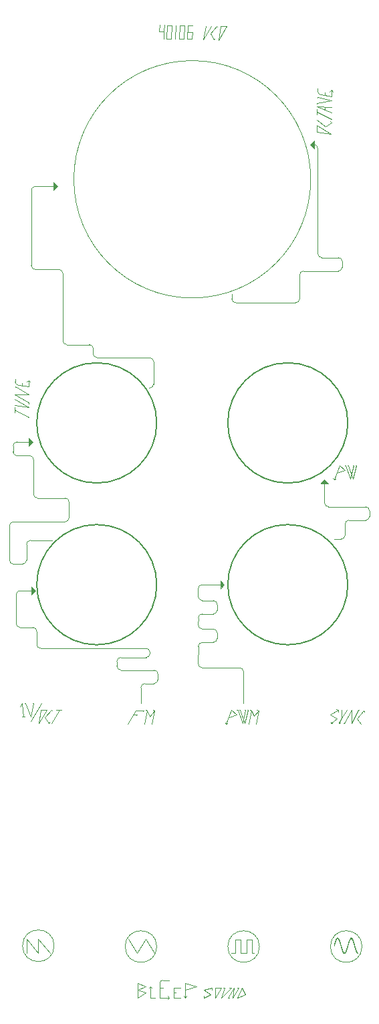
<source format=gto>
G04 #@! TF.GenerationSoftware,KiCad,Pcbnew,9.0.4-9.0.4-0~ubuntu22.04.1*
G04 #@! TF.CreationDate,2025-10-19T11:48:11+01:00*
G04 #@! TF.ProjectId,CD40106_VCO,43443430-3130-4365-9f56-434f2e6b6963,rev?*
G04 #@! TF.SameCoordinates,Original*
G04 #@! TF.FileFunction,Legend,Top*
G04 #@! TF.FilePolarity,Positive*
%FSLAX46Y46*%
G04 Gerber Fmt 4.6, Leading zero omitted, Abs format (unit mm)*
G04 Created by KiCad (PCBNEW 9.0.4-9.0.4-0~ubuntu22.04.1) date 2025-10-19 11:48:11*
%MOMM*%
%LPD*%
G01*
G04 APERTURE LIST*
%ADD10C,0.120000*%
%ADD11C,0.100000*%
%ADD12C,0.150000*%
%ADD13C,0.000000*%
%ADD14O,6.700000X4.200000*%
%ADD15C,8.000000*%
%ADD16C,14.000000*%
G04 APERTURE END LIST*
D10*
X196100001Y-152050000D02*
X195100001Y-151650000D01*
X200900001Y-153250000D02*
X201100001Y-153450000D01*
X205700001Y-152250000D02*
X204900001Y-152250000D01*
X208300001Y-152250000D02*
X208700001Y-153050000D01*
X223950000Y-91400000D02*
G75*
G02*
X224450000Y-91900000I-100J-500100D01*
G01*
X221350000Y-93600000D02*
G75*
G02*
X221850000Y-93100000I500100J-100D01*
G01*
X208150000Y-147800000D02*
X208850000Y-147800000D01*
X199400000Y-30550000D02*
X199300000Y-32250000D01*
X184150000Y-117050000D02*
X183300000Y-118000000D01*
X205075000Y-30650000D02*
X204275000Y-31550000D01*
X181796469Y-106650000D02*
G75*
G02*
X182296500Y-107150000I-69J-500100D01*
G01*
X199850000Y-32250000D02*
X199950000Y-30550000D01*
X183800000Y-118750000D02*
X183900000Y-118650000D01*
X197800000Y-31300000D02*
X198400000Y-31300000D01*
X217800000Y-41799998D02*
X217800000Y-41100000D01*
X217800000Y-44000000D02*
X217800000Y-43199999D01*
X205075000Y-30650000D02*
X205175000Y-30750000D01*
X197150000Y-113750000D02*
X196000000Y-113750000D01*
X221350000Y-95000000D02*
G75*
G02*
X220850000Y-95500000I-500100J100D01*
G01*
X201100001Y-153450000D02*
X201100001Y-153250000D01*
X207000000Y-64500000D02*
X207000000Y-65100000D01*
X203250000Y-111750000D02*
G75*
G02*
X202750000Y-111250000I100J500100D01*
G01*
X202500001Y-152050000D02*
X201100001Y-152450000D01*
X209500000Y-117150000D02*
X209300000Y-117050000D01*
X218800000Y-40900000D02*
X218800000Y-41199999D01*
X219550000Y-44250000D02*
X217800000Y-44000000D01*
X205150000Y-104450000D02*
X205150000Y-103750000D01*
X220500000Y-59900000D02*
G75*
G02*
X221000000Y-60400000I-100J-500100D01*
G01*
X182400000Y-90300000D02*
X185894704Y-90296469D01*
X182500000Y-146050000D02*
X184000000Y-147800000D01*
X178850000Y-93800000D02*
X178851765Y-98150000D01*
X209500000Y-117150000D02*
X209150000Y-118850000D01*
X207650000Y-117650000D02*
X206650000Y-118000000D01*
X185103553Y-61400000D02*
X182103553Y-61400000D01*
D11*
X217400000Y-46100000D02*
X216900000Y-45600000D01*
X217400000Y-45100000D01*
X217400000Y-46100000D01*
G36*
X217400000Y-46100000D02*
G01*
X216900000Y-45600000D01*
X217400000Y-45100000D01*
X217400000Y-46100000D01*
G37*
D10*
X222050000Y-87900000D02*
X222450000Y-86200000D01*
X220550000Y-118800000D02*
X220550000Y-118600000D01*
X202750000Y-101750000D02*
G75*
G02*
X203250000Y-101250000I499900J100D01*
G01*
X184403553Y-50900000D02*
X182103553Y-50900000D01*
X179700000Y-102503531D02*
X179701765Y-106144703D01*
X215600000Y-62100000D02*
X215600000Y-65100000D01*
X197650000Y-113250000D02*
G75*
G02*
X197150000Y-113750000I-500100J100D01*
G01*
X207300001Y-152250000D02*
X206500001Y-153450000D01*
X198300001Y-151250000D02*
X199100001Y-151250000D01*
X204775000Y-32300000D02*
X204875000Y-32150000D01*
X209550000Y-146100000D02*
X209550000Y-147800000D01*
X181255297Y-83196469D02*
X179805297Y-83200000D01*
X186103553Y-70900000D02*
X188950000Y-70900000D01*
X202753531Y-105453531D02*
X202748234Y-106348234D01*
X186394704Y-90796469D02*
X186396469Y-92796469D01*
X203425000Y-32300000D02*
X204425000Y-30600000D01*
X184750000Y-117050000D02*
X185450000Y-117050000D01*
X207900001Y-152250000D02*
X207700001Y-152250000D01*
X220650000Y-86200000D02*
X219950000Y-88000000D01*
X181500000Y-118500000D02*
X182900000Y-116200000D01*
X218750000Y-90900000D02*
X218750000Y-88450000D01*
X189950000Y-72550000D02*
G75*
G02*
X189450000Y-72050000I100J500100D01*
G01*
X192950000Y-110450000D02*
X196146469Y-110453531D01*
X223150000Y-117100000D02*
X223050000Y-117100000D01*
X179525000Y-77200000D02*
X181275000Y-78250000D01*
X195500000Y-114250000D02*
G75*
G02*
X196000000Y-113750000I499900J100D01*
G01*
X207100001Y-153450000D02*
X207900001Y-152250000D01*
X196700001Y-153450000D02*
X197300001Y-153450000D01*
X217800000Y-42500000D02*
X218850000Y-43300000D01*
X221450000Y-86200000D02*
X221350000Y-86200000D01*
X222850000Y-118150000D02*
X223350000Y-118900000D01*
X224450000Y-92600000D02*
G75*
G02*
X223950000Y-93100000I-500100J100D01*
G01*
X208150000Y-146100000D02*
X208150000Y-147800000D01*
X181898235Y-85450000D02*
X181900000Y-89800000D01*
X203250000Y-103250000D02*
X204650000Y-103250000D01*
D12*
X197500000Y-80800000D02*
G75*
G02*
X182300000Y-80800000I-7600000J0D01*
G01*
X182300000Y-80800000D02*
G75*
G02*
X197500000Y-80800000I7600000J0D01*
G01*
D10*
X219450000Y-117700000D02*
X220350000Y-118200000D01*
X219600000Y-42799999D02*
X219500000Y-42699999D01*
X197500000Y-147000000D02*
G75*
G02*
X193500000Y-147000000I-2000000J0D01*
G01*
X193500000Y-147000000D02*
G75*
G02*
X197500000Y-147000000I2000000J0D01*
G01*
X199700001Y-152250000D02*
X200500001Y-152250000D01*
X220450000Y-117100000D02*
X220250000Y-117000000D01*
X179305297Y-83700000D02*
G75*
G02*
X179805297Y-83199997I500003J0D01*
G01*
X181398235Y-84950000D02*
G75*
G02*
X181898200Y-85450000I-35J-500000D01*
G01*
X207450000Y-146100000D02*
X208150000Y-146100000D01*
X208300001Y-152250000D02*
X207700001Y-153450000D01*
X207750000Y-117100000D02*
X208350000Y-118800000D01*
X220550000Y-118800000D02*
X220750000Y-118700000D01*
X207450000Y-147800000D02*
X207450000Y-146100000D01*
D11*
X206050000Y-101250000D02*
X205550000Y-101750000D01*
X205550000Y-100750000D01*
X206050000Y-101250000D01*
G36*
X206050000Y-101250000D02*
G01*
X205550000Y-101750000D01*
X205550000Y-100750000D01*
X206050000Y-101250000D01*
G37*
D10*
X219950000Y-88000000D02*
X219850000Y-87800000D01*
X219599999Y-38699999D02*
X219400000Y-38899999D01*
X209550000Y-147800000D02*
X209850000Y-147800000D01*
X215600000Y-65100000D02*
G75*
G02*
X215100000Y-65600000I-500000J0D01*
G01*
X220650000Y-86200000D02*
X221350000Y-86750000D01*
X206375000Y-30650000D02*
X205325000Y-32400000D01*
X202750000Y-101750000D02*
X202747351Y-102747351D01*
X182800000Y-109296469D02*
X196146469Y-109300000D01*
X183300000Y-118000000D02*
X183800000Y-118750000D01*
X208850000Y-146100000D02*
X209550000Y-146100000D01*
X199300000Y-32250000D02*
X198700000Y-32250000D01*
X221000000Y-61100000D02*
G75*
G02*
X220500000Y-61600000I-500100J100D01*
G01*
X205150000Y-108050000D02*
G75*
G02*
X204650000Y-108550000I-500100J100D01*
G01*
X222175000Y-117050000D02*
X221250000Y-118800000D01*
X185894704Y-90296469D02*
G75*
G02*
X186394631Y-90796469I-104J-500031D01*
G01*
X203250000Y-103250000D02*
G75*
G02*
X202750000Y-102750000I100J500100D01*
G01*
X180400000Y-116200000D02*
X180200000Y-116700000D01*
X196700001Y-152050000D02*
X196700001Y-153450000D01*
X185150000Y-117050000D02*
X184150000Y-118750000D01*
X198400000Y-31300000D02*
X198350000Y-32250000D01*
X207500000Y-65600000D02*
X215100000Y-65600000D01*
X219599999Y-38699999D02*
X219799998Y-38900000D01*
X222550000Y-93100000D02*
X221850000Y-93100000D01*
X181001765Y-98150000D02*
G75*
G02*
X180501765Y-98649965I-500065J100D01*
G01*
X207500000Y-65600000D02*
G75*
G02*
X207000000Y-65100000I0J500000D01*
G01*
X205325000Y-32400000D02*
X205575000Y-30650000D01*
X218800000Y-39299999D02*
X218800000Y-38999999D01*
X203250000Y-106850000D02*
X204650000Y-106850000D01*
X180200000Y-106650000D02*
X181796469Y-106650000D01*
X217800000Y-40399999D02*
X219600000Y-39999999D01*
X200950000Y-32250000D02*
X200350000Y-32250000D01*
X202000000Y-31400000D02*
X201950000Y-32250000D01*
X179351765Y-98650000D02*
G75*
G02*
X178851700Y-98150000I35J500100D01*
G01*
X197900001Y-151650000D02*
X197900001Y-153450000D01*
X197100000Y-75900000D02*
G75*
G02*
X196600000Y-76400000I-500000J0D01*
G01*
X181275000Y-76225000D02*
X181275000Y-75525000D01*
X180900000Y-116200000D02*
X180800000Y-116200000D01*
X207450000Y-147800000D02*
X206950000Y-147800000D01*
X204650000Y-106850000D02*
G75*
G02*
X205150000Y-107350000I-100J-500100D01*
G01*
X179805297Y-84946469D02*
G75*
G02*
X179305331Y-84446469I103J500069D01*
G01*
X197200000Y-117200000D02*
X196650000Y-117900000D01*
X205700001Y-153450000D02*
X206900001Y-152250000D01*
X196650000Y-117900000D02*
X196300000Y-117200000D01*
X217800000Y-42500000D02*
X217900000Y-42399999D01*
X203500001Y-152450000D02*
X204300001Y-153050000D01*
X182525000Y-118750000D02*
X182775000Y-117050000D01*
X180400000Y-117900000D02*
X180800000Y-117900000D01*
X181000000Y-96150000D02*
X181001765Y-98150000D01*
X209850000Y-117850000D02*
X209500000Y-117150000D01*
X224450000Y-92600000D02*
X224450000Y-91900000D01*
X208650000Y-118800000D02*
X209050000Y-117100000D01*
X206500001Y-153450000D02*
X206700001Y-153450000D01*
X223350000Y-118900000D02*
X223450000Y-118800000D01*
X188950000Y-70900000D02*
G75*
G02*
X189450000Y-71400000I0J-500000D01*
G01*
X179575000Y-76175000D02*
X181275000Y-77225000D01*
X217900000Y-59400000D02*
X217900000Y-46100000D01*
X196146469Y-109300000D02*
G75*
G02*
X196646500Y-109800000I-69J-500100D01*
G01*
X206900001Y-152250000D02*
X206700001Y-152250000D01*
X221750000Y-86200000D02*
X222350000Y-87900000D01*
X182400000Y-90300000D02*
G75*
G02*
X181900000Y-89800000I100J500100D01*
G01*
X201100001Y-153450000D02*
X201300001Y-153250000D01*
X203250000Y-108550000D02*
X204650000Y-108550000D01*
X201950000Y-32250000D02*
X201350000Y-32250000D01*
X181900000Y-116200000D02*
X181800000Y-116200000D01*
X196300000Y-117200000D02*
X195950000Y-118900000D01*
X200450000Y-30550000D02*
X201050000Y-30550000D01*
X223700000Y-117200000D02*
X223800000Y-117300000D01*
X201050000Y-30550000D02*
X200950000Y-32250000D01*
X182296469Y-107150000D02*
X182300000Y-108796469D01*
X184150000Y-117050000D02*
X184250000Y-117150000D01*
X222750000Y-86200000D02*
X222650000Y-86200000D01*
X195500000Y-114250000D02*
X195500000Y-116200000D01*
X189450000Y-71400000D02*
X189450000Y-72050000D01*
X181275000Y-75425000D02*
X181475000Y-75625000D01*
X179575000Y-76175000D02*
X179575000Y-76275000D01*
X196700001Y-152050000D02*
X196900001Y-152250000D01*
X195100001Y-151650000D02*
X195100001Y-153450000D01*
X183575000Y-117050000D02*
X182525000Y-118750000D01*
X195100001Y-153450000D02*
X196100001Y-152850000D01*
X202753531Y-105453531D02*
G75*
G02*
X203253531Y-104953531I500069J-69D01*
G01*
X182103553Y-61400000D02*
G75*
G02*
X181603500Y-60900000I47J500100D01*
G01*
X179975000Y-76025000D02*
G75*
G02*
X179575000Y-75625000I0J400000D01*
G01*
X218400000Y-59900000D02*
X220500000Y-59900000D01*
X185103553Y-61400000D02*
G75*
G02*
X185603500Y-61900000I47J-499900D01*
G01*
X181603553Y-51400000D02*
G75*
G02*
X182103553Y-50900053I499947J0D01*
G01*
X208850000Y-147800000D02*
X208850000Y-146100000D01*
X193900000Y-146050000D02*
X195000000Y-147800000D01*
X222450000Y-86200000D02*
X222350000Y-86200000D01*
X181275000Y-78250000D02*
X181275000Y-78350000D01*
X208050000Y-117100000D02*
X208650000Y-118800000D01*
X202753531Y-109053531D02*
G75*
G02*
X203253531Y-108553531I500069J-69D01*
G01*
X219550000Y-118800000D02*
X219750000Y-118800000D01*
X196300000Y-117200000D02*
X196100000Y-117100000D01*
X203250000Y-106850000D02*
G75*
G02*
X202750000Y-106350000I100J500100D01*
G01*
X217800000Y-40399999D02*
X217800000Y-40500000D01*
X197850000Y-30500000D02*
X197800000Y-31300000D01*
X207750000Y-117100000D02*
X207650000Y-117100000D01*
X197900001Y-151650000D02*
G75*
G02*
X198300001Y-151250001I399999J0D01*
G01*
X217800000Y-40800000D02*
X219599999Y-40899999D01*
X210400000Y-117150000D02*
X210100000Y-118850000D01*
X205150000Y-104450000D02*
G75*
G02*
X204650000Y-104950000I-500100J100D01*
G01*
X198700000Y-32250000D02*
X198800000Y-30550000D01*
X199700001Y-153450000D02*
X200500001Y-153450000D01*
X196100000Y-146050000D02*
X197200000Y-147800000D01*
X200350000Y-32250000D02*
X200450000Y-30550000D01*
X203500001Y-153450000D02*
X203500001Y-153250000D01*
D12*
X221700000Y-101250000D02*
G75*
G02*
X206500000Y-101250000I-7600000J0D01*
G01*
X206500000Y-101250000D02*
G75*
G02*
X221700000Y-101250000I7600000J0D01*
G01*
D10*
X179801766Y-84950000D02*
X181398235Y-84950000D01*
X181275000Y-75425000D02*
X181075000Y-75625000D01*
X221000000Y-61100000D02*
X221000000Y-60400000D01*
X217900000Y-39599999D02*
X217900000Y-39700000D01*
X220950000Y-118100000D02*
X220950000Y-117100000D01*
X206100001Y-152250000D02*
X205900001Y-152250000D01*
X204275000Y-31550000D02*
X204775000Y-32300000D01*
X199700001Y-152250000D02*
X199700001Y-153450000D01*
X194900000Y-117800000D02*
X195000000Y-117700000D01*
X197900001Y-153450000D02*
X199100001Y-153450000D01*
X181650000Y-102000000D02*
X180200000Y-102003531D01*
X198800000Y-30550000D02*
X199400000Y-30550000D01*
X192450000Y-110950000D02*
X192451765Y-111544703D01*
X196600000Y-72550000D02*
G75*
G02*
X197100000Y-73050000I0J-500000D01*
G01*
X204300001Y-153050000D02*
X203500001Y-153450000D01*
X196700001Y-152050000D02*
X196500001Y-152250000D01*
X196100000Y-146050000D02*
X195000000Y-147800000D01*
X221450000Y-86200000D02*
X222050000Y-87900000D01*
D12*
X221700000Y-80800000D02*
G75*
G02*
X206500000Y-80800000I-7600000J0D01*
G01*
X206500000Y-80800000D02*
G75*
G02*
X221700000Y-80800000I7600000J0D01*
G01*
D10*
X217800000Y-40800000D02*
X219600000Y-41599999D01*
X181000000Y-96150000D02*
G75*
G02*
X181500000Y-95650000I500100J-100D01*
G01*
X201100001Y-151650000D02*
X201100001Y-153450000D01*
X180600000Y-117900000D02*
X180400000Y-116200000D01*
X218300000Y-39300001D02*
X219600000Y-39500000D01*
X180203531Y-106646469D02*
G75*
G02*
X179703531Y-106146469I69J500069D01*
G01*
X206950000Y-117100000D02*
X207650000Y-117650000D01*
X219250000Y-91400000D02*
X223950000Y-91400000D01*
X199700001Y-152850000D02*
X199900001Y-152850000D01*
X204900001Y-152250000D02*
X204900001Y-153450000D01*
X205575000Y-30650000D02*
X206375000Y-30650000D01*
X184250000Y-95650000D02*
X181500000Y-95650000D01*
X186396469Y-92796469D02*
G75*
G02*
X185896469Y-93296469I-500069J69D01*
G01*
X196646469Y-109953531D02*
X196646469Y-109800000D01*
X179525000Y-77200000D02*
X181275000Y-77225000D01*
X202000000Y-31400000D02*
X201400000Y-31400000D01*
X222550000Y-93100000D02*
X223950000Y-93100000D01*
X179525000Y-79125000D02*
X181275000Y-80125000D01*
X181000000Y-146050000D02*
X182500000Y-147800000D01*
X217800000Y-43199999D02*
X219550000Y-44250000D01*
X181000000Y-147800000D02*
X181000000Y-146050000D01*
X184500000Y-146900000D02*
G75*
G02*
X180500000Y-146900000I-2000000J0D01*
G01*
X180500000Y-146900000D02*
G75*
G02*
X184500000Y-146900000I2000000J0D01*
G01*
D11*
X184903553Y-50900000D02*
X184403553Y-51400000D01*
X184403553Y-50400000D01*
X184903553Y-50900000D01*
G36*
X184903553Y-50900000D02*
G01*
X184403553Y-51400000D01*
X184403553Y-50400000D01*
X184903553Y-50900000D01*
G37*
D10*
X201100001Y-151650000D02*
X202500001Y-152050000D01*
X195750000Y-117250000D02*
X195850000Y-117150000D01*
X192450000Y-110950000D02*
G75*
G02*
X192950000Y-110450000I500100J-100D01*
G01*
X179575000Y-75625000D02*
X179575000Y-75225000D01*
X208000000Y-111750000D02*
X203250000Y-111750000D01*
X221250000Y-118800000D02*
X221150000Y-118800000D01*
X218300000Y-39300001D02*
G75*
G02*
X217899999Y-38899999I0J400001D01*
G01*
X204500001Y-152250000D02*
X203500001Y-152450000D01*
X216100000Y-61600000D02*
X220500000Y-61600000D01*
X206250000Y-118900000D02*
X206150000Y-118700000D01*
X223500000Y-147000000D02*
G75*
G02*
X219500000Y-147000000I-2000000J0D01*
G01*
X219500000Y-147000000D02*
G75*
G02*
X223500000Y-147000000I2000000J0D01*
G01*
X204500001Y-152250000D02*
X204500001Y-152450000D01*
X220950000Y-118100000D02*
X220550000Y-118800000D01*
X180475000Y-76025000D02*
X180475000Y-75725000D01*
X192953531Y-112046469D02*
G75*
G02*
X192453531Y-111546469I69J500069D01*
G01*
X210400000Y-117150000D02*
X210200000Y-117050000D01*
X192950000Y-112050000D02*
X197150000Y-112050000D01*
X203725000Y-30600000D02*
X203425000Y-32300000D01*
X198400000Y-31300000D02*
X198450000Y-30500000D01*
X208000000Y-111750000D02*
G75*
G02*
X208500000Y-112250000I100J-499900D01*
G01*
X217800000Y-41449999D02*
X219600000Y-42400000D01*
X194800000Y-117150000D02*
X195850000Y-117150000D01*
X197650000Y-113250000D02*
X197650000Y-112550000D01*
X223050000Y-117100000D02*
X222150000Y-118800000D01*
X178850000Y-93800000D02*
G75*
G02*
X179350000Y-93300000I500100J-100D01*
G01*
D12*
X197500000Y-101250000D02*
G75*
G02*
X182300000Y-101250000I-7600000J0D01*
G01*
X182300000Y-101250000D02*
G75*
G02*
X197500000Y-101250000I7600000J0D01*
G01*
D10*
X219250000Y-91400000D02*
G75*
G02*
X218750000Y-90900000I100J500100D01*
G01*
X221350000Y-95000000D02*
X221350000Y-93600000D01*
X197100000Y-73050000D02*
X197100000Y-75900000D01*
X181603553Y-51400000D02*
X181603553Y-60900000D01*
X180900000Y-116200000D02*
X181500000Y-117900000D01*
X204650000Y-103250000D02*
G75*
G02*
X205150000Y-103750000I-100J-500100D01*
G01*
X180501765Y-98650000D02*
X179351765Y-98650000D01*
X194475000Y-117700000D02*
X195000000Y-117700000D01*
X208350000Y-118800000D02*
X208750000Y-117100000D01*
X218850000Y-43300000D02*
X219600000Y-42799999D01*
X220150000Y-87900000D02*
X219950000Y-88000000D01*
D11*
X182150000Y-102000000D02*
X181650000Y-102500000D01*
X181650000Y-101500000D01*
X182150000Y-102000000D01*
G36*
X182150000Y-102000000D02*
G01*
X181650000Y-102500000D01*
X181650000Y-101500000D01*
X182150000Y-102000000D01*
G37*
D10*
X208500000Y-112250000D02*
X208500000Y-116200000D01*
X222350000Y-87900000D02*
X222750000Y-86200000D01*
X179975000Y-76025000D02*
X181275000Y-76225000D01*
X197200000Y-117200000D02*
X196900000Y-118900000D01*
X220950000Y-118100000D02*
X221550000Y-117100000D01*
X197150000Y-112050000D02*
G75*
G02*
X197650000Y-112550000I-100J-500100D01*
G01*
X206100001Y-152250000D02*
X205700001Y-153450000D01*
X206450000Y-118800000D02*
X206250000Y-118900000D01*
X179525000Y-79525000D02*
X179525000Y-78825000D01*
X182800000Y-109296469D02*
G75*
G02*
X182300031Y-108796469I100J500069D01*
G01*
X182500000Y-147800000D02*
X182500000Y-146050000D01*
X217000000Y-50000000D02*
G75*
G02*
X187000000Y-50000000I-15000000J0D01*
G01*
X187000000Y-50000000D02*
G75*
G02*
X217000000Y-50000000I15000000J0D01*
G01*
X199100001Y-153450000D02*
X198900001Y-153250000D01*
X189950000Y-72550000D02*
X196600000Y-72550000D01*
X215600000Y-62100000D02*
G75*
G02*
X216100000Y-61600000I500000J0D01*
G01*
X196100001Y-152850000D02*
X195100001Y-152450000D01*
X194800000Y-117150000D02*
X193800000Y-118850000D01*
X181275000Y-78825000D02*
X179525000Y-78575000D01*
X201450000Y-30550000D02*
X202050000Y-30550000D01*
X199100001Y-153450000D02*
X198900001Y-153650000D01*
X208050000Y-117100000D02*
X207950000Y-117100000D01*
X223700000Y-117200000D02*
X222850000Y-118150000D01*
X179525000Y-77775000D02*
X181275000Y-78825000D01*
D11*
X219250000Y-88500000D02*
X218250000Y-88500000D01*
X218750000Y-88000000D01*
X219250000Y-88500000D01*
G36*
X219250000Y-88500000D02*
G01*
X218250000Y-88500000D01*
X218750000Y-88000000D01*
X219250000Y-88500000D01*
G37*
D10*
X221350000Y-86750000D02*
X220350000Y-87100000D01*
X205150000Y-108050000D02*
X205150000Y-107350000D01*
X220450000Y-117100000D02*
X220450000Y-117300000D01*
X182775000Y-117050000D02*
X183575000Y-117050000D01*
X217400000Y-45600000D02*
G75*
G02*
X217900000Y-46100000I0J-500000D01*
G01*
X206950000Y-117100000D02*
X206250000Y-118900000D01*
X197900001Y-152250000D02*
X198300001Y-152250000D01*
X207700001Y-153450000D02*
X208700001Y-153050000D01*
X203250000Y-104950000D02*
X204650000Y-104950000D01*
X219600000Y-39500000D02*
X219600000Y-38799999D01*
X218400000Y-59900000D02*
G75*
G02*
X217900000Y-59400000I100J500100D01*
G01*
X217899999Y-38899999D02*
X217900000Y-38500000D01*
X179700000Y-102503531D02*
G75*
G02*
X180200000Y-102003500I500100J-69D01*
G01*
X185603553Y-61900000D02*
X185603553Y-70400000D01*
X219600000Y-39999999D02*
X217900000Y-39599999D01*
X219550000Y-118800000D02*
X219550000Y-118600000D01*
X210500000Y-147000000D02*
G75*
G02*
X206500000Y-147000000I-2000000J0D01*
G01*
X206500000Y-147000000D02*
G75*
G02*
X210500000Y-147000000I2000000J0D01*
G01*
X207300001Y-152250000D02*
X207100001Y-153450000D01*
X220350000Y-118200000D02*
X219550000Y-118800000D01*
X201350000Y-32250000D02*
X201450000Y-30550000D01*
X205550000Y-101250000D02*
X203250000Y-101250000D01*
X196646469Y-109953531D02*
G75*
G02*
X196146469Y-110453569I-500069J31D01*
G01*
X197200000Y-117200000D02*
X197000000Y-117100000D01*
D11*
X181755297Y-83196469D02*
X181255297Y-83696469D01*
X181255297Y-82696469D01*
X181755297Y-83196469D01*
G36*
X181755297Y-83196469D02*
G01*
X181255297Y-83696469D01*
X181255297Y-82696469D01*
X181755297Y-83196469D01*
G37*
D10*
X186103553Y-70900000D02*
G75*
G02*
X185603500Y-70400000I47J500100D01*
G01*
X202753531Y-109053531D02*
X202750000Y-111250000D01*
X222175000Y-117050000D02*
X222150000Y-118800000D01*
X219953531Y-95496469D02*
X220848234Y-95501766D01*
X179350000Y-93300000D02*
X185900000Y-93303531D01*
X195100001Y-152450000D02*
X196100001Y-152050000D01*
X220450000Y-117100000D02*
X219450000Y-117700000D01*
X181500000Y-117900000D02*
X181900000Y-116200000D01*
X179305297Y-84446469D02*
X179305297Y-83700000D01*
X208750000Y-117100000D02*
X208650000Y-117100000D01*
X221750000Y-86200000D02*
X221650000Y-86200000D01*
X204900001Y-153450000D02*
X205700001Y-152250000D01*
X209050000Y-117100000D02*
X208950000Y-117100000D01*
X210400000Y-117150000D02*
X209850000Y-117850000D01*
D13*
G36*
X222166829Y-145887330D02*
G01*
X222185258Y-145887955D01*
X222200035Y-145889080D01*
X222211695Y-145890764D01*
X222220771Y-145893064D01*
X222227798Y-145896038D01*
X222228116Y-145896211D01*
X222250122Y-145910705D01*
X222271955Y-145929710D01*
X222293462Y-145953002D01*
X222314491Y-145980354D01*
X222334887Y-146011544D01*
X222354497Y-146046345D01*
X222373169Y-146084534D01*
X222390749Y-146125885D01*
X222398606Y-146146388D01*
X222402377Y-146156418D01*
X222407420Y-146169617D01*
X222413260Y-146184753D01*
X222419422Y-146200591D01*
X222424630Y-146213872D01*
X222431238Y-146230912D01*
X222439023Y-146251414D01*
X222447612Y-146274367D01*
X222456631Y-146298758D01*
X222465709Y-146323574D01*
X222474472Y-146347803D01*
X222482547Y-146370433D01*
X222488269Y-146386726D01*
X222491613Y-146396714D01*
X222495965Y-146410289D01*
X222501026Y-146426483D01*
X222506496Y-146444332D01*
X222512078Y-146462868D01*
X222517217Y-146480256D01*
X222519031Y-146486722D01*
X222521719Y-146496641D01*
X222524978Y-146508876D01*
X222528503Y-146522294D01*
X222530195Y-146528797D01*
X222534716Y-146545679D01*
X222540669Y-146566969D01*
X222548023Y-146592569D01*
X222556752Y-146622384D01*
X222566827Y-146656315D01*
X222578218Y-146694266D01*
X222590852Y-146735984D01*
X222595354Y-146750920D01*
X222599735Y-146765681D01*
X222603662Y-146779123D01*
X222606798Y-146790103D01*
X222608519Y-146796365D01*
X222612313Y-146810253D01*
X222617430Y-146828297D01*
X222623897Y-146850589D01*
X222631741Y-146877219D01*
X222640447Y-146906470D01*
X222644382Y-146920047D01*
X222649059Y-146936832D01*
X222654100Y-146955433D01*
X222659128Y-146974456D01*
X222663767Y-146992508D01*
X222664163Y-146994081D01*
X222673256Y-147029507D01*
X222682245Y-147062948D01*
X222691533Y-147095804D01*
X222701520Y-147129478D01*
X222712609Y-147165371D01*
X222719482Y-147187061D01*
X222725224Y-147205118D01*
X222731029Y-147223497D01*
X222736573Y-147241167D01*
X222741533Y-147257093D01*
X222745586Y-147270242D01*
X222747649Y-147277040D01*
X222752262Y-147291923D01*
X222757686Y-147308703D01*
X222763145Y-147325003D01*
X222766639Y-147335052D01*
X222787763Y-147394769D01*
X222807229Y-147450409D01*
X222825150Y-147502291D01*
X222825857Y-147504354D01*
X222831316Y-147520132D01*
X222836585Y-147535088D01*
X222841371Y-147548411D01*
X222845380Y-147559291D01*
X222848322Y-147566917D01*
X222849335Y-147569335D01*
X222861476Y-147595922D01*
X222874775Y-147623902D01*
X222888534Y-147651863D01*
X222902057Y-147678391D01*
X222914647Y-147702070D01*
X222915943Y-147704438D01*
X222920349Y-147711999D01*
X222926427Y-147721833D01*
X222933442Y-147732812D01*
X222940660Y-147743812D01*
X222947345Y-147753706D01*
X222952763Y-147761369D01*
X222955146Y-147764485D01*
X222958165Y-147768220D01*
X222963105Y-147774353D01*
X222968922Y-147781591D01*
X222969202Y-147781940D01*
X222976362Y-147789849D01*
X222984290Y-147797091D01*
X222990659Y-147801700D01*
X223001221Y-147807890D01*
X223001221Y-147868045D01*
X223001221Y-147928200D01*
X222978040Y-147928200D01*
X222958338Y-147927319D01*
X222941173Y-147924365D01*
X222924626Y-147918874D01*
X222908788Y-147911436D01*
X222898026Y-147905303D01*
X222888338Y-147898446D01*
X222878993Y-147890165D01*
X222869262Y-147879759D01*
X222858412Y-147866526D01*
X222848728Y-147853826D01*
X222832321Y-147830375D01*
X222815708Y-147803658D01*
X222798703Y-147773340D01*
X222781120Y-147739088D01*
X222762773Y-147700569D01*
X222760786Y-147696245D01*
X222754749Y-147682934D01*
X222749681Y-147671373D01*
X222745182Y-147660528D01*
X222740850Y-147649365D01*
X222736286Y-147636849D01*
X222731088Y-147621946D01*
X222724855Y-147603621D01*
X222724516Y-147602617D01*
X222719928Y-147589096D01*
X222715414Y-147575916D01*
X222711394Y-147564293D01*
X222708287Y-147555444D01*
X222707373Y-147552895D01*
X222704738Y-147545560D01*
X222700965Y-147534964D01*
X222696484Y-147522314D01*
X222691723Y-147508819D01*
X222689735Y-147503170D01*
X222684440Y-147488108D01*
X222678730Y-147471868D01*
X222673220Y-147456203D01*
X222668527Y-147442867D01*
X222667666Y-147440422D01*
X222663235Y-147427513D01*
X222658062Y-147411939D01*
X222652760Y-147395573D01*
X222647942Y-147380287D01*
X222647500Y-147378858D01*
X222643859Y-147367114D01*
X222639107Y-147351894D01*
X222633567Y-147334232D01*
X222627567Y-147315163D01*
X222621430Y-147295723D01*
X222616263Y-147279408D01*
X222609160Y-147256977D01*
X222603212Y-147238046D01*
X222598158Y-147221710D01*
X222593742Y-147207066D01*
X222589703Y-147193210D01*
X222585783Y-147179235D01*
X222581724Y-147164240D01*
X222577265Y-147147318D01*
X222572148Y-147127566D01*
X222566463Y-147105434D01*
X222561561Y-147086468D01*
X222556593Y-147067513D01*
X222551800Y-147049474D01*
X222547424Y-147033255D01*
X222543709Y-147019762D01*
X222540895Y-147009899D01*
X222540753Y-147009420D01*
X222537648Y-146998880D01*
X222533558Y-146984910D01*
X222528808Y-146968631D01*
X222523727Y-146951163D01*
X222518640Y-146933628D01*
X222516914Y-146927665D01*
X222511410Y-146908741D01*
X222505007Y-146886888D01*
X222498177Y-146863709D01*
X222491394Y-146840807D01*
X222485129Y-146819787D01*
X222483433Y-146814124D01*
X222478010Y-146796045D01*
X222472457Y-146777525D01*
X222467099Y-146759650D01*
X222462262Y-146743506D01*
X222458271Y-146730180D01*
X222456465Y-146724145D01*
X222452516Y-146710699D01*
X222447837Y-146694381D01*
X222442911Y-146676895D01*
X222438219Y-146659946D01*
X222436357Y-146653109D01*
X222425340Y-146612957D01*
X222415117Y-146576866D01*
X222405513Y-146544263D01*
X222396353Y-146514573D01*
X222387459Y-146487224D01*
X222378657Y-146461642D01*
X222372115Y-146443554D01*
X222359605Y-146409747D01*
X222348499Y-146379873D01*
X222338599Y-146353408D01*
X222329708Y-146329827D01*
X222321629Y-146308606D01*
X222314164Y-146289222D01*
X222310646Y-146280172D01*
X222304780Y-146265121D01*
X222298654Y-146249385D01*
X222292827Y-146234409D01*
X222287863Y-146221633D01*
X222285770Y-146216240D01*
X222281417Y-146205472D01*
X222276244Y-146193595D01*
X222269963Y-146179997D01*
X222262285Y-146164070D01*
X222252922Y-146145204D01*
X222241585Y-146122789D01*
X222241545Y-146122710D01*
X222235029Y-146111150D01*
X222226101Y-146097055D01*
X222215486Y-146081438D01*
X222203909Y-146065311D01*
X222192096Y-146049686D01*
X222180772Y-146035576D01*
X222171455Y-146024854D01*
X222162009Y-146015844D01*
X222152996Y-146010218D01*
X222144087Y-146008105D01*
X222134956Y-146009638D01*
X222125276Y-146014948D01*
X222114718Y-146024165D01*
X222102956Y-146037422D01*
X222089662Y-146054849D01*
X222086840Y-146058777D01*
X222059050Y-146100313D01*
X222033721Y-146143311D01*
X222011332Y-146186852D01*
X221992362Y-146230019D01*
X221979992Y-146263597D01*
X221975005Y-146278215D01*
X221969418Y-146294133D01*
X221963929Y-146309390D01*
X221959390Y-146321609D01*
X221949279Y-146348659D01*
X221938595Y-146378155D01*
X221927176Y-146410564D01*
X221914860Y-146446350D01*
X221901485Y-146485976D01*
X221893919Y-146508670D01*
X221884440Y-146537294D01*
X221876296Y-146562101D01*
X221869288Y-146583755D01*
X221863214Y-146602920D01*
X221857872Y-146620257D01*
X221853061Y-146636432D01*
X221848582Y-146652105D01*
X221844231Y-146667942D01*
X221839809Y-146684605D01*
X221835397Y-146701650D01*
X221831246Y-146717395D01*
X221826020Y-146736528D01*
X221820040Y-146757915D01*
X221813628Y-146780418D01*
X221807104Y-146802902D01*
X221800791Y-146824231D01*
X221799915Y-146827147D01*
X221793600Y-146848232D01*
X221786929Y-146870637D01*
X221780241Y-146893225D01*
X221773870Y-146914855D01*
X221768153Y-146934389D01*
X221763426Y-146950689D01*
X221762864Y-146952643D01*
X221757685Y-146970560D01*
X221752057Y-146989851D01*
X221746413Y-147009039D01*
X221741187Y-147026650D01*
X221736814Y-147041209D01*
X221736744Y-147041438D01*
X221731883Y-147057602D01*
X221726565Y-147075514D01*
X221721357Y-147093253D01*
X221716825Y-147108898D01*
X221715803Y-147112474D01*
X221708111Y-147139478D01*
X221701588Y-147162421D01*
X221696099Y-147181793D01*
X221691507Y-147198084D01*
X221687674Y-147211784D01*
X221684466Y-147223384D01*
X221681744Y-147233374D01*
X221679373Y-147242244D01*
X221677216Y-147250486D01*
X221675262Y-147258097D01*
X221669322Y-147280265D01*
X221661894Y-147306118D01*
X221653217Y-147334931D01*
X221643529Y-147365978D01*
X221633068Y-147398533D01*
X221622073Y-147431873D01*
X221610782Y-147465270D01*
X221599434Y-147498002D01*
X221588268Y-147529341D01*
X221577521Y-147558563D01*
X221569768Y-147578941D01*
X221563373Y-147595637D01*
X221556575Y-147613682D01*
X221549938Y-147631556D01*
X221544029Y-147647738D01*
X221540267Y-147658265D01*
X221534140Y-147674352D01*
X221526183Y-147693255D01*
X221516876Y-147713986D01*
X221506699Y-147735557D01*
X221496133Y-147756979D01*
X221485659Y-147777264D01*
X221475756Y-147795424D01*
X221466904Y-147810471D01*
X221464322Y-147814543D01*
X221456928Y-147825281D01*
X221447425Y-147838127D01*
X221436648Y-147852038D01*
X221425434Y-147865971D01*
X221414616Y-147878884D01*
X221405030Y-147889735D01*
X221399118Y-147895925D01*
X221383452Y-147908686D01*
X221365318Y-147918861D01*
X221358480Y-147921676D01*
X221353573Y-147923341D01*
X221348514Y-147924612D01*
X221342561Y-147925551D01*
X221334971Y-147926221D01*
X221325001Y-147926683D01*
X221311907Y-147927000D01*
X221294946Y-147927234D01*
X221291628Y-147927270D01*
X221275448Y-147927346D01*
X221260176Y-147927241D01*
X221246686Y-147926976D01*
X221235854Y-147926569D01*
X221228551Y-147926041D01*
X221226889Y-147925814D01*
X221203950Y-147919626D01*
X221181844Y-147909242D01*
X221160475Y-147894571D01*
X221139749Y-147875528D01*
X221119570Y-147852023D01*
X221099843Y-147823969D01*
X221080474Y-147791278D01*
X221079600Y-147789681D01*
X221074202Y-147779819D01*
X221069202Y-147770761D01*
X221065321Y-147763810D01*
X221063872Y-147761266D01*
X221057014Y-147748522D01*
X221049320Y-147732729D01*
X221041448Y-147715332D01*
X221034056Y-147697776D01*
X221028828Y-147684311D01*
X221024792Y-147673478D01*
X221019519Y-147659425D01*
X221013464Y-147643359D01*
X221007080Y-147626484D01*
X221000821Y-147610004D01*
X221000264Y-147608540D01*
X220990828Y-147583705D01*
X220982911Y-147562734D01*
X220976310Y-147545079D01*
X220970823Y-147530192D01*
X220966249Y-147517525D01*
X220962384Y-147506530D01*
X220959225Y-147497250D01*
X220955423Y-147486121D01*
X220950874Y-147473129D01*
X220946480Y-147460852D01*
X220945939Y-147459365D01*
X220934138Y-147425778D01*
X220922050Y-147389096D01*
X220910158Y-147350896D01*
X220898948Y-147312758D01*
X220888903Y-147276257D01*
X220884577Y-147259544D01*
X220879842Y-147241303D01*
X220874341Y-147220917D01*
X220868580Y-147200212D01*
X220863067Y-147181017D01*
X220859658Y-147169565D01*
X220844936Y-147120750D01*
X220831484Y-147075459D01*
X220819023Y-147032746D01*
X220813352Y-147013024D01*
X220804621Y-146982789D01*
X220794778Y-146949183D01*
X220784157Y-146913343D01*
X220773097Y-146876408D01*
X220763572Y-146844906D01*
X220759465Y-146831331D01*
X220755724Y-146818870D01*
X220752616Y-146808421D01*
X220750410Y-146800883D01*
X220749473Y-146797549D01*
X220748076Y-146792542D01*
X220745662Y-146784168D01*
X220742568Y-146773594D01*
X220739147Y-146762031D01*
X220735627Y-146749832D01*
X220731382Y-146734551D01*
X220726823Y-146717702D01*
X220722363Y-146700802D01*
X220719836Y-146690995D01*
X220709567Y-146652437D01*
X220697640Y-146610697D01*
X220684402Y-146566884D01*
X220670200Y-146522105D01*
X220655382Y-146477471D01*
X220640293Y-146434087D01*
X220633461Y-146415140D01*
X220629411Y-146404010D01*
X220625798Y-146394018D01*
X220623022Y-146386280D01*
X220621513Y-146381990D01*
X220619677Y-146376859D01*
X220616752Y-146368968D01*
X220613353Y-146359977D01*
X220613169Y-146359495D01*
X220610475Y-146352221D01*
X220606587Y-146341418D01*
X220601842Y-146328040D01*
X220596579Y-146313039D01*
X220591134Y-146297369D01*
X220589693Y-146293195D01*
X220584359Y-146277890D01*
X220579189Y-146263367D01*
X220574497Y-146250482D01*
X220570596Y-146240091D01*
X220567798Y-146233051D01*
X220567180Y-146231631D01*
X220563512Y-146223810D01*
X220558238Y-146212924D01*
X220551736Y-146199717D01*
X220544379Y-146184932D01*
X220536544Y-146169313D01*
X220528605Y-146153601D01*
X220520939Y-146138542D01*
X220513920Y-146124878D01*
X220507924Y-146113352D01*
X220503326Y-146104708D01*
X220500817Y-146100215D01*
X220491303Y-146084914D01*
X220480820Y-146069469D01*
X220469894Y-146054536D01*
X220459048Y-146040767D01*
X220448808Y-146028818D01*
X220439697Y-146019343D01*
X220432239Y-146012996D01*
X220429576Y-146011341D01*
X220421372Y-146008286D01*
X220413099Y-146007784D01*
X220404533Y-146010040D01*
X220395448Y-146015261D01*
X220385621Y-146023653D01*
X220374827Y-146035422D01*
X220362842Y-146050773D01*
X220349441Y-146069913D01*
X220334399Y-146093047D01*
X220326193Y-146106177D01*
X220313447Y-146128205D01*
X220300581Y-146152995D01*
X220288496Y-146178682D01*
X220278095Y-146203405D01*
X220274579Y-146212688D01*
X220271492Y-146220953D01*
X220266998Y-146232707D01*
X220261450Y-146247045D01*
X220255200Y-146263059D01*
X220248599Y-146279841D01*
X220244250Y-146290827D01*
X220236934Y-146309293D01*
X220230649Y-146325272D01*
X220225082Y-146339601D01*
X220219923Y-146353112D01*
X220214861Y-146366641D01*
X220209585Y-146381021D01*
X220203782Y-146397087D01*
X220197144Y-146415673D01*
X220189358Y-146437614D01*
X220186416Y-146445922D01*
X220172187Y-146486902D01*
X220159768Y-146524308D01*
X220149220Y-146557947D01*
X220140603Y-146587626D01*
X220136101Y-146604568D01*
X220132924Y-146616568D01*
X220128569Y-146632280D01*
X220123270Y-146650894D01*
X220117264Y-146671603D01*
X220110785Y-146693598D01*
X220104069Y-146716070D01*
X220097351Y-146738212D01*
X220094764Y-146746640D01*
X220093196Y-146751845D01*
X220090526Y-146760837D01*
X220086978Y-146772858D01*
X220082776Y-146787148D01*
X220078143Y-146802947D01*
X220074527Y-146815308D01*
X220069069Y-146833973D01*
X220062683Y-146855788D01*
X220055779Y-146879359D01*
X220048765Y-146903290D01*
X220042049Y-146926189D01*
X220037411Y-146941988D01*
X220031843Y-146961085D01*
X220026284Y-146980385D01*
X220021001Y-146998951D01*
X220016257Y-147015849D01*
X220012317Y-147030140D01*
X220009446Y-147040889D01*
X220009304Y-147041438D01*
X220001359Y-147072220D01*
X220001309Y-146848458D01*
X220001324Y-146814698D01*
X220001383Y-146782533D01*
X220001482Y-146752274D01*
X220001619Y-146724235D01*
X220001791Y-146698730D01*
X220001996Y-146676072D01*
X220002229Y-146656574D01*
X220002490Y-146640549D01*
X220002773Y-146628310D01*
X220003078Y-146620172D01*
X220003401Y-146616447D01*
X220003410Y-146616408D01*
X220004889Y-146611103D01*
X220007430Y-146602382D01*
X220010708Y-146591354D01*
X220014393Y-146579129D01*
X220015297Y-146576154D01*
X220019629Y-146561540D01*
X220024549Y-146544320D01*
X220029497Y-146526481D01*
X220033917Y-146510011D01*
X220034577Y-146507486D01*
X220037910Y-146494734D01*
X220040837Y-146483781D01*
X220043599Y-146473825D01*
X220046443Y-146464063D01*
X220049612Y-146453693D01*
X220053351Y-146441910D01*
X220057904Y-146427913D01*
X220063516Y-146410898D01*
X220069180Y-146393829D01*
X220077203Y-146370042D01*
X220086037Y-146344492D01*
X220095416Y-146317899D01*
X220105077Y-146290980D01*
X220114756Y-146264457D01*
X220124189Y-146239046D01*
X220133113Y-146215467D01*
X220141262Y-146194440D01*
X220148374Y-146176682D01*
X220152622Y-146166515D01*
X220155101Y-146160506D01*
X220158840Y-146151171D01*
X220163403Y-146139605D01*
X220168357Y-146126904D01*
X220170439Y-146121526D01*
X220177555Y-146103223D01*
X220183460Y-146088435D01*
X220188580Y-146076231D01*
X220193336Y-146065682D01*
X220198154Y-146055856D01*
X220203456Y-146045824D01*
X220209667Y-146034655D01*
X220211427Y-146031547D01*
X220223623Y-146010543D01*
X220234428Y-145993054D01*
X220244412Y-145978287D01*
X220254144Y-145965445D01*
X220264193Y-145953734D01*
X220275129Y-145942358D01*
X220275576Y-145941916D01*
X220290597Y-145927489D01*
X220303459Y-145916154D01*
X220314952Y-145907299D01*
X220325866Y-145900313D01*
X220336274Y-145894916D01*
X220340823Y-145892838D01*
X220344924Y-145891239D01*
X220349274Y-145890047D01*
X220354575Y-145889186D01*
X220361526Y-145888584D01*
X220370828Y-145888168D01*
X220383181Y-145887864D01*
X220399283Y-145887598D01*
X220407071Y-145887484D01*
X220428650Y-145887269D01*
X220446224Y-145887378D01*
X220460521Y-145887903D01*
X220472264Y-145888935D01*
X220482182Y-145890567D01*
X220490998Y-145892889D01*
X220499440Y-145895994D01*
X220508232Y-145899973D01*
X220509060Y-145900374D01*
X220519676Y-145906083D01*
X220529218Y-145912572D01*
X220538619Y-145920640D01*
X220548815Y-145931086D01*
X220560185Y-145944054D01*
X220569671Y-145955444D01*
X220578046Y-145966063D01*
X220585717Y-145976569D01*
X220593094Y-145987620D01*
X220600583Y-145999877D01*
X220608595Y-146013997D01*
X220617536Y-146030640D01*
X220627816Y-146050465D01*
X220635668Y-146065881D01*
X220646363Y-146087114D01*
X220655183Y-146104994D01*
X220662486Y-146120344D01*
X220668627Y-146133986D01*
X220673966Y-146146745D01*
X220678858Y-146159444D01*
X220683662Y-146172905D01*
X220688735Y-146187952D01*
X220688969Y-146188661D01*
X220692684Y-146199607D01*
X220697710Y-146213970D01*
X220703686Y-146230738D01*
X220710249Y-146248897D01*
X220717034Y-146267436D01*
X220722192Y-146281356D01*
X220728652Y-146298762D01*
X220734364Y-146314354D01*
X220739577Y-146328870D01*
X220744540Y-146343047D01*
X220749501Y-146357621D01*
X220754709Y-146373331D01*
X220760414Y-146390914D01*
X220766863Y-146411107D01*
X220774308Y-146434648D01*
X220779346Y-146450658D01*
X220783753Y-146464622D01*
X220787907Y-146477678D01*
X220791506Y-146488887D01*
X220794249Y-146497309D01*
X220795679Y-146501567D01*
X220798976Y-146511647D01*
X220803002Y-146525140D01*
X220807832Y-146542313D01*
X220813542Y-146563436D01*
X220820206Y-146588779D01*
X220823683Y-146602201D01*
X220828214Y-146619502D01*
X220833053Y-146637531D01*
X220837842Y-146654988D01*
X220842224Y-146670570D01*
X220845842Y-146682978D01*
X220846117Y-146683892D01*
X220854823Y-146712734D01*
X220862357Y-146737736D01*
X220868922Y-146759589D01*
X220874724Y-146778981D01*
X220879968Y-146796604D01*
X220884860Y-146813148D01*
X220889605Y-146829303D01*
X220894408Y-146845759D01*
X220899474Y-146863207D01*
X220901031Y-146868584D01*
X220906970Y-146889080D01*
X220912148Y-146906903D01*
X220916848Y-146923007D01*
X220921351Y-146938346D01*
X220925939Y-146953874D01*
X220930892Y-146970547D01*
X220936493Y-146989317D01*
X220943024Y-147011140D01*
X220947136Y-147024863D01*
X220951189Y-147038425D01*
X220954995Y-147051224D01*
X220958243Y-147062212D01*
X220960623Y-147070341D01*
X220961503Y-147073404D01*
X220963785Y-147081326D01*
X220966758Y-147091459D01*
X220969489Y-147100634D01*
X220971555Y-147107834D01*
X220974550Y-147118691D01*
X220978222Y-147132275D01*
X220982321Y-147147655D01*
X220986596Y-147163902D01*
X220988313Y-147170486D01*
X220995038Y-147195644D01*
X221002381Y-147221856D01*
X221010038Y-147248115D01*
X221017707Y-147273415D01*
X221025085Y-147296751D01*
X221031869Y-147317116D01*
X221035695Y-147327949D01*
X221039978Y-147339807D01*
X221044836Y-147353383D01*
X221049285Y-147365924D01*
X221049671Y-147367018D01*
X221058429Y-147391727D01*
X221067535Y-147417119D01*
X221076656Y-147442280D01*
X221085456Y-147466293D01*
X221093601Y-147488244D01*
X221100756Y-147507217D01*
X221104662Y-147517377D01*
X221110855Y-147533427D01*
X221117877Y-147551792D01*
X221124917Y-147570342D01*
X221131164Y-147586949D01*
X221131887Y-147588883D01*
X221140887Y-147611022D01*
X221152176Y-147635672D01*
X221165146Y-147661701D01*
X221179187Y-147687978D01*
X221193693Y-147713372D01*
X221208054Y-147736752D01*
X221221661Y-147756986D01*
X221224185Y-147760482D01*
X221237238Y-147777322D01*
X221248846Y-147789981D01*
X221259379Y-147798652D01*
X221269206Y-147803527D01*
X221278697Y-147804801D01*
X221288221Y-147802666D01*
X221296588Y-147798335D01*
X221302996Y-147793771D01*
X221309575Y-147787950D01*
X221316736Y-147780386D01*
X221324887Y-147770595D01*
X221334439Y-147758093D01*
X221345802Y-147742395D01*
X221355016Y-147729300D01*
X221362309Y-147717999D01*
X221370974Y-147703197D01*
X221380571Y-147685766D01*
X221390663Y-147666583D01*
X221400808Y-147646520D01*
X221410569Y-147626452D01*
X221419506Y-147607252D01*
X221427181Y-147589796D01*
X221433152Y-147574957D01*
X221434720Y-147570654D01*
X221438489Y-147559942D01*
X221441866Y-147550360D01*
X221444424Y-147543111D01*
X221445572Y-147539872D01*
X221447222Y-147535447D01*
X221450189Y-147527680D01*
X221454064Y-147517636D01*
X221458436Y-147506384D01*
X221458766Y-147505538D01*
X221466835Y-147484507D01*
X221475722Y-147460730D01*
X221485161Y-147434969D01*
X221494883Y-147407987D01*
X221504621Y-147380545D01*
X221514107Y-147353406D01*
X221523073Y-147327334D01*
X221531252Y-147303089D01*
X221538376Y-147281435D01*
X221544177Y-147263134D01*
X221546070Y-147256913D01*
X221549663Y-147244974D01*
X221553799Y-147231312D01*
X221557629Y-147218733D01*
X221557902Y-147217843D01*
X221560932Y-147207570D01*
X221564660Y-147194389D01*
X221568615Y-147179982D01*
X221572330Y-147166032D01*
X221572403Y-147165750D01*
X221579569Y-147138872D01*
X221588038Y-147108117D01*
X221597633Y-147074105D01*
X221608181Y-147037459D01*
X221619504Y-146998800D01*
X221621250Y-146992897D01*
X221625935Y-146977046D01*
X221630264Y-146962361D01*
X221634025Y-146949562D01*
X221637005Y-146939374D01*
X221638992Y-146932518D01*
X221639662Y-146930149D01*
X221641985Y-146921829D01*
X221645442Y-146909693D01*
X221649822Y-146894466D01*
X221654913Y-146876871D01*
X221660504Y-146857632D01*
X221666384Y-146837474D01*
X221672340Y-146817121D01*
X221678161Y-146797298D01*
X221683636Y-146778728D01*
X221688554Y-146762136D01*
X221692702Y-146748246D01*
X221695333Y-146739536D01*
X221707062Y-146700616D01*
X221717262Y-146665869D01*
X221726011Y-146635013D01*
X221733392Y-146607768D01*
X221738032Y-146589713D01*
X221741950Y-146574752D01*
X221746961Y-146556714D01*
X221752818Y-146536398D01*
X221759276Y-146514602D01*
X221766087Y-146492127D01*
X221773007Y-146469770D01*
X221779788Y-146448332D01*
X221786184Y-146428611D01*
X221791949Y-146411407D01*
X221796838Y-146397519D01*
X221799110Y-146391461D01*
X221800413Y-146387573D01*
X221802597Y-146380536D01*
X221805230Y-146371750D01*
X221805700Y-146370151D01*
X221807824Y-146363459D01*
X221811334Y-146353039D01*
X221815979Y-146339610D01*
X221821509Y-146323885D01*
X221827673Y-146306583D01*
X221834220Y-146288420D01*
X221836788Y-146281356D01*
X221844058Y-146261328D01*
X221851628Y-146240349D01*
X221859119Y-146219477D01*
X221866154Y-146199767D01*
X221872354Y-146182278D01*
X221877341Y-146168066D01*
X221877778Y-146166810D01*
X221899687Y-146110937D01*
X221926034Y-146056633D01*
X221956740Y-146004056D01*
X221979992Y-145969475D01*
X221996617Y-145947347D01*
X222012105Y-145929480D01*
X222026718Y-145915612D01*
X222040719Y-145905479D01*
X222047479Y-145901776D01*
X222057690Y-145897174D01*
X222067750Y-145893615D01*
X222078473Y-145890975D01*
X222090672Y-145889131D01*
X222105160Y-145887961D01*
X222122749Y-145887341D01*
X222144214Y-145887149D01*
X222166829Y-145887330D01*
G37*
%LPC*%
D14*
X184500000Y-30500000D03*
X219500000Y-30500000D03*
X219500000Y-153000000D03*
X184500000Y-153000000D03*
D15*
X208500000Y-139750000D03*
X189900000Y-101250000D03*
D16*
X202000000Y-50000000D03*
D15*
X182499999Y-125000000D03*
X195499999Y-125000000D03*
X214100000Y-101250000D03*
X214100000Y-80800000D03*
X195499999Y-139750000D03*
X221500000Y-125000000D03*
X208500000Y-125000000D03*
X182499999Y-139750000D03*
X189900000Y-80900000D03*
X221500000Y-139750000D03*
%LPD*%
M02*

</source>
